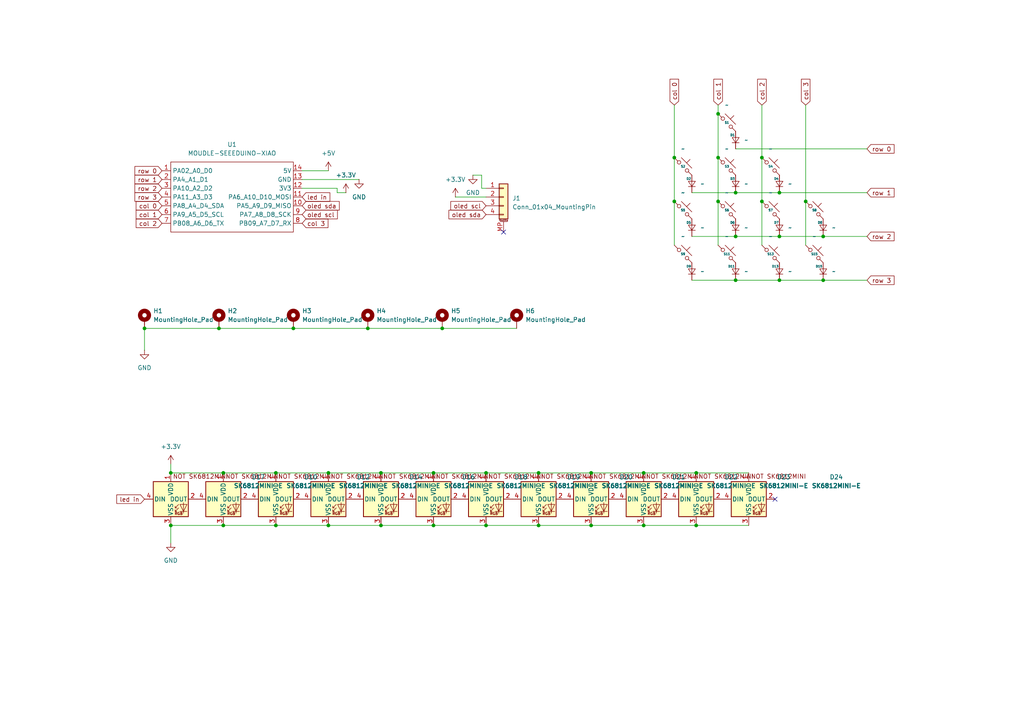
<source format=kicad_sch>
(kicad_sch (version 20250114) (generator "eeschema") (generator_version "9.0")
  (paper "A4")
  (lib_symbols
    (symbol "Connector_Generic_MountingPin:Conn_01x04_MountingPin" (pin_names (offset 1.016) (hide yes))
      (property "Reference" "J" (at 0 5.08 0))
      (property "Value" "Conn_01x04_MountingPin" (at 1.27 -7.62 0))
      (symbol "Conn_01x04_MountingPin_1_1"
        (rectangle (start -1.27 3.81) (end 1.27 -6.35) (stroke (width 0.254)) (fill (type background)))
        (rectangle (start -1.27 2.667) (end 0 2.413) (stroke (width 0.1524)))
        (rectangle (start -1.27 0.127) (end 0 -0.127) (stroke (width 0.1524)))
        (rectangle (start -1.27 -2.413) (end 0 -2.667) (stroke (width 0.1524)))
        (rectangle (start -1.27 -4.953) (end 0 -5.207) (stroke (width 0.1524)))
        (polyline (pts (xy -1.016 -7.112) (xy 1.016 -7.112)) (stroke (width 0.1524)))
        (text "Mounting" (at 0 -6.731 0) (effects (font (size 0.381 0.381))))
        (pin passive line (at -5.08 2.54 0) (length 3.81) (name "Pin_1") (number "1"))
        (pin passive line (at -5.08 0 0) (length 3.81) (name "Pin_2") (number "2"))
        (pin passive line (at -5.08 -2.54 0) (length 3.81) (name "Pin_3") (number "3"))
        (pin passive line (at -5.08 -5.08 0) (length 3.81) (name "Pin_4") (number "4"))
        (pin passive line (at 0 -10.16 90) (length 3.048) (name "MountPin") (number "MP"))
      )
    )
    (symbol "Mechanical:MountingHole_Pad" (pin_numbers (hide yes)) (pin_names (offset 1.016) (hide yes)) (in_bom no)
      (property "Reference" "H" (at 0 6.35 0))
      (property "Value" "MountingHole_Pad" (at 0 4.445 0))
      (symbol "MountingHole_Pad_0_1"
        (circle (center 0 1.27) (radius 1.27) (stroke (width 1.27)))
      )
      (symbol "MountingHole_Pad_1_1"
        (pin input line (at 0 -2.54 90) (length 2.54) (name "1") (number "1"))
      )
    )
    (symbol "SK6812MINI-E:SK6812MINI-E" (pin_names (offset 0.254))
      (property "Reference" "D" (at -3.556 5.842 0))
      (property "Value" "SK6812MINI-E" (at 1.27 -5.715 0))
      (symbol "SK6812MINI-E_0_0"
        (text "RGB" (at 2.286 -4.191 0) (effects (font (size 0.762 0.762))))
      )
      (symbol "SK6812MINI-E_0_1"
        (rectangle (start -5.08 5.08) (end 5.08 -5.08) (stroke (width 0.254)) (fill (type background)))
        (polyline (pts (xy 1.27 -2.54) (xy 1.778 -2.54)))
        (polyline (pts (xy 1.27 -3.556) (xy 1.778 -3.556)))
        (polyline (pts (xy 2.286 -1.524) (xy 1.27 -2.54) (xy 1.27 -2.032)))
        (polyline (pts (xy 2.286 -2.54) (xy 1.27 -3.556) (xy 1.27 -3.048)))
        (polyline (pts (xy 3.683 -1.016) (xy 3.683 -3.556) (xy 3.683 -4.064)))
        (polyline (pts (xy 4.699 -1.524) (xy 2.667 -1.524) (xy 3.683 -3.556) (xy 4.699 -1.524)))
        (polyline (pts (xy 4.699 -3.556) (xy 2.667 -3.556)))
      )
      (symbol "SK6812MINI-E_1_1"
        (text "NOT SK6812MINI" (at 8.636 6.604 0) (effects (font (size 1.27 1.27))))
        (pin input line (at -7.62 0 0) (length 2.54) (name "DIN") (number "4"))
        (pin power_in line (at 0 7.62 270) (length 2.54) (name "VDD") (number "1"))
        (pin power_in line (at 0 -7.62 90) (length 2.54) (name "VSS") (number "3"))
        (pin output line (at 7.62 0 180) (length 2.54) (name "DOUT") (number "2"))
      )
    )
    (symbol "ScottoKeebs:Placeholder_Diode" (pin_numbers (hide yes)) (pin_names (hide yes))
      (property "Reference" "D" (at -0.15 1.066 0))
      (symbol "Placeholder_Diode_0_1"
        (polyline (pts (xy 0 -0.762) (xy 0 0.762)))
      )
      (symbol "Placeholder_Diode_1_1"
        (polyline (pts (xy 1.016 0.762) (xy 0 -0.762) (xy -1.016 0.762) (xy 1.016 0.762)) (stroke (width 0.1524)))
        (polyline (pts (xy 1.016 -0.762) (xy -1.016 -0.762)) (stroke (width 0.1524)))
        (pin passive line (at 0 2.54 270) (length 1.778) (name "A") (number "2"))
        (pin passive line (at 0 -2.54 90) (length 1.778) (name "K") (number "1"))
      )
    )
    (symbol "ScottoKeebs:Placeholder_Keyswitch" (pin_numbers (hide yes)) (pin_names (offset 1.016) (hide yes))
      (property "Reference" "S" (at 0 0 0))
      (symbol "Placeholder_Keyswitch_0_1"
        (polyline (pts (xy -2.54 2.54) (xy -1.524 1.524) (xy -1.524 1.524)))
        (circle (center -1.1684 1.1684) (radius 0.508))
        (polyline (pts (xy -0.508 2.54) (xy 2.54 -0.508)))
        (polyline (pts (xy 1.016 1.016) (xy 2.032 2.032)))
        (circle (center 1.143 -1.1938) (radius 0.508))
        (polyline (pts (xy 1.524 -1.524) (xy 2.54 -2.54) (xy 2.54 -2.54) (xy 2.54 -2.54)))
        (pin passive line (at -2.54 2.54 0) (length 0) (name "1") (number "1"))
        (pin passive line (at 2.54 -2.54 180) (length 0) (name "2") (number "2"))
      )
    )
    (symbol "XIAO_RP2040:MOUDLE-SEEEDUINO-XIAO"
      (property "Reference" "U" (at -16.51 11.43 0))
      (property "Value" "MOUDLE-SEEEDUINO-XIAO" (at -3.81 -11.43 0))
      (symbol "MOUDLE-SEEEDUINO-XIAO_0_1"
        (rectangle (start -16.51 10.16) (end 19.05 -10.16))
      )
      (symbol "MOUDLE-SEEEDUINO-XIAO_1_1"
        (pin passive line (at -19.05 7.62 0) (length 2.54) (name "PA02_A0_D0") (number "1"))
        (pin passive line (at -19.05 5.08 0) (length 2.54) (name "PA4_A1_D1") (number "2"))
        (pin passive line (at -19.05 2.54 0) (length 2.54) (name "PA10_A2_D2") (number "3"))
        (pin passive line (at -19.05 0 0) (length 2.54) (name "PA11_A3_D3") (number "4"))
        (pin passive line (at -19.05 -2.54 0) (length 2.54) (name "PA8_A4_D4_SDA") (number "5"))
        (pin passive line (at -19.05 -5.08 0) (length 2.54) (name "PA9_A5_D5_SCL") (number "6"))
        (pin passive line (at -19.05 -7.62 0) (length 2.54) (name "PB08_A6_D6_TX") (number "7"))
        (pin passive line (at 21.59 7.62 180) (length 2.54) (name "5V") (number "14"))
        (pin passive line (at 21.59 5.08 180) (length 2.54) (name "GND") (number "13"))
        (pin passive line (at 21.59 2.54 180) (length 2.54) (name "3V3") (number "12"))
        (pin passive line (at 21.59 0 180) (length 2.54) (name "PA6_A10_D10_MOSI") (number "11"))
        (pin passive line (at 21.59 -2.54 180) (length 2.54) (name "PA5_A9_D9_MISO") (number "10"))
        (pin passive line (at 21.59 -5.08 180) (length 2.54) (name "PA7_A8_D8_SCK") (number "9"))
        (pin passive line (at 21.59 -7.62 180) (length 2.54) (name "PB09_A7_D7_RX") (number "8"))
      )
    )
    (symbol "power:+3.3V" (power) (pin_numbers (hide yes)) (pin_names (offset 0) (hide yes))
      (property "Value" "+3.3V" (at 0 3.556 0))
      (symbol "+3.3V_0_1"
        (polyline (pts (xy -0.762 1.27) (xy 0 2.54)))
        (polyline (pts (xy 0 2.54) (xy 0.762 1.27)))
        (polyline (pts (xy 0 0) (xy 0 2.54)))
      )
      (symbol "+3.3V_1_1"
        (pin power_in line (at 0 0 90) (length 0) (name "~") (number "1"))
      )
    )
    (symbol "power:+5V" (power) (pin_numbers (hide yes)) (pin_names (offset 0) (hide yes))
      (property "Value" "+5V" (at 0 3.556 0))
      (symbol "+5V_0_1"
        (polyline (pts (xy -0.762 1.27) (xy 0 2.54)))
        (polyline (pts (xy 0 2.54) (xy 0.762 1.27)))
        (polyline (pts (xy 0 0) (xy 0 2.54)))
      )
      (symbol "+5V_1_1"
        (pin power_in line (at 0 0 90) (length 0) (name "~") (number "1"))
      )
    )
    (symbol "power:GND" (power) (pin_numbers (hide yes)) (pin_names (offset 0) (hide yes))
      (property "Value" "GND" (at 0 -3.81 0))
      (symbol "GND_0_1"
        (polyline (pts (xy 0 0) (xy 0 -1.27) (xy 1.27 -1.27) (xy 0 -2.54) (xy -1.27 -1.27) (xy 0 -1.27)))
      )
      (symbol "GND_1_1"
        (pin power_in line (at 0 0 270) (length 0) (name "~") (number "1"))
      )
    )
  )
  (junction (at 49.53 152.4))
  (junction (at 80.01 152.4))
  (junction (at 213.36 55.88))
  (junction (at 201.93 137.16))
  (junction (at 213.36 68.58))
  (junction (at 171.45 137.16))
  (junction (at 186.69 152.4))
  (junction (at 85.09 95.25))
  (junction (at 156.21 137.16))
  (junction (at 140.97 137.16))
  (junction (at 41.91 95.25))
  (junction (at 238.76 81.28))
  (junction (at 125.73 152.4))
  (junction (at 106.68 95.25))
  (junction (at 226.06 68.58))
  (junction (at 171.45 152.4))
  (junction (at 220.98 58.42))
  (junction (at 220.98 45.72))
  (junction (at 201.93 152.4))
  (junction (at 125.73 137.16))
  (junction (at 64.77 137.16))
  (junction (at 226.06 81.28))
  (junction (at 95.25 137.16))
  (junction (at 63.5 95.25))
  (junction (at 49.53 137.16))
  (junction (at 186.69 137.16))
  (junction (at 226.06 55.88))
  (junction (at 195.58 45.72))
  (junction (at 64.77 152.4))
  (junction (at 80.01 137.16))
  (junction (at 140.97 152.4))
  (junction (at 233.68 58.42))
  (junction (at 238.76 68.58))
  (junction (at 110.49 137.16))
  (junction (at 110.49 152.4))
  (junction (at 208.28 45.72))
  (junction (at 128.27 95.25))
  (junction (at 156.21 152.4))
  (junction (at 95.25 152.4))
  (junction (at 208.28 58.42))
  (junction (at 213.36 81.28))
  (junction (at 208.28 33.02))
  (junction (at 195.58 58.42))
  (no_connect (at 146.05 67.31))
  (no_connect (at 224.79 144.78))
  (wire (pts (xy 201.93 137.16) (xy 217.17 137.16)))
  (wire (pts (xy 80.01 152.4) (xy 95.25 152.4)))
  (wire (pts (xy 95.25 137.16) (xy 110.49 137.16)))
  (wire (pts (xy 226.06 55.88) (xy 251.46 55.88)))
  (wire (pts (xy 49.53 157.48) (xy 49.53 152.4)))
  (wire (pts (xy 41.91 95.25) (xy 63.5 95.25)))
  (wire (pts (xy 95.25 49.53) (xy 87.63 49.53)))
  (wire (pts (xy 100.33 55.88) (xy 97.79 55.88)))
  (wire (pts (xy 195.58 58.42) (xy 195.58 71.12)))
  (wire (pts (xy 137.16 50.8) (xy 139.7 50.8)))
  (wire (pts (xy 140.97 137.16) (xy 156.21 137.16)))
  (wire (pts (xy 132.08 57.15) (xy 140.97 57.15)))
  (wire (pts (xy 208.28 58.42) (xy 208.28 71.12)))
  (wire (pts (xy 106.68 95.25) (xy 128.27 95.25)))
  (wire (pts (xy 226.06 68.58) (xy 238.76 68.58)))
  (wire (pts (xy 226.06 81.28) (xy 238.76 81.28)))
  (wire (pts (xy 139.7 50.8) (xy 139.7 54.61)))
  (wire (pts (xy 49.53 137.16) (xy 64.77 137.16)))
  (wire (pts (xy 213.36 81.28) (xy 226.06 81.28)))
  (wire (pts (xy 220.98 45.72) (xy 220.98 58.42)))
  (wire (pts (xy 139.7 54.61) (xy 140.97 54.61)))
  (wire (pts (xy 171.45 152.4) (xy 186.69 152.4)))
  (wire (pts (xy 220.98 30.48) (xy 220.98 45.72)))
  (wire (pts (xy 201.93 152.4) (xy 217.17 152.4)))
  (wire (pts (xy 125.73 152.4) (xy 140.97 152.4)))
  (wire (pts (xy 208.28 45.72) (xy 208.28 58.42)))
  (wire (pts (xy 213.36 43.18) (xy 251.46 43.18)))
  (wire (pts (xy 95.25 152.4) (xy 110.49 152.4)))
  (wire (pts (xy 195.58 30.48) (xy 195.58 45.72)))
  (wire (pts (xy 238.76 68.58) (xy 251.46 68.58)))
  (wire (pts (xy 195.58 45.72) (xy 195.58 58.42)))
  (wire (pts (xy 110.49 137.16) (xy 125.73 137.16)))
  (wire (pts (xy 110.49 152.4) (xy 125.73 152.4)))
  (wire (pts (xy 156.21 152.4) (xy 171.45 152.4)))
  (wire (pts (xy 238.76 81.28) (xy 251.46 81.28)))
  (wire (pts (xy 213.36 68.58) (xy 226.06 68.58)))
  (wire (pts (xy 156.21 137.16) (xy 171.45 137.16)))
  (wire (pts (xy 49.53 152.4) (xy 64.77 152.4)))
  (wire (pts (xy 97.79 55.88) (xy 97.79 54.61)))
  (wire (pts (xy 63.5 95.25) (xy 85.09 95.25)))
  (wire (pts (xy 213.36 55.88) (xy 226.06 55.88)))
  (wire (pts (xy 171.45 137.16) (xy 186.69 137.16)))
  (wire (pts (xy 80.01 137.16) (xy 95.25 137.16)))
  (wire (pts (xy 200.66 55.88) (xy 213.36 55.88)))
  (wire (pts (xy 85.09 95.25) (xy 106.68 95.25)))
  (wire (pts (xy 140.97 152.4) (xy 156.21 152.4)))
  (wire (pts (xy 41.91 95.25) (xy 41.91 101.6)))
  (wire (pts (xy 233.68 58.42) (xy 233.68 71.12)))
  (wire (pts (xy 200.66 81.28) (xy 213.36 81.28)))
  (wire (pts (xy 186.69 152.4) (xy 201.93 152.4)))
  (wire (pts (xy 97.79 54.61) (xy 87.63 54.61)))
  (wire (pts (xy 125.73 137.16) (xy 140.97 137.16)))
  (wire (pts (xy 186.69 137.16) (xy 201.93 137.16)))
  (wire (pts (xy 64.77 152.4) (xy 80.01 152.4)))
  (wire (pts (xy 220.98 58.42) (xy 220.98 71.12)))
  (wire (pts (xy 104.14 52.07) (xy 87.63 52.07)))
  (wire (pts (xy 208.28 30.48) (xy 208.28 33.02)))
  (wire (pts (xy 128.27 95.25) (xy 149.86 95.25)))
  (wire (pts (xy 49.53 134.62) (xy 49.53 137.16)))
  (wire (pts (xy 208.28 33.02) (xy 208.28 45.72)))
  (wire (pts (xy 64.77 137.16) (xy 80.01 137.16)))
  (wire (pts (xy 200.66 68.58) (xy 213.36 68.58)))
  (wire (pts (xy 233.68 30.48) (xy 233.68 58.42)))
  (global_label "col 1" (shape input) (at 46.99 62.23 180) (property "Intersheetrefs" "${INTERSHEET_REFS}" (effects (hide yes))))
  (global_label "row 3" (shape input) (at 46.99 57.15 180) (property "Intersheetrefs" "${INTERSHEET_REFS}" (effects (hide yes))))
  (global_label "oled sda" (shape input) (at 140.97 62.23 180) (property "Intersheetrefs" "${INTERSHEET_REFS}" (effects (hide yes))))
  (global_label "col 0" (shape input) (at 195.58 30.48 90) (property "Intersheetrefs" "${INTERSHEET_REFS}" (effects (hide yes))))
  (global_label "row 1" (shape input) (at 251.46 55.88 0) (property "Intersheetrefs" "${INTERSHEET_REFS}" (effects (hide yes))))
  (global_label "row 0" (shape input) (at 251.46 43.18 0) (property "Intersheetrefs" "${INTERSHEET_REFS}" (effects (hide yes))))
  (global_label "oled scl" (shape input) (at 87.63 62.23 0) (property "Intersheetrefs" "${INTERSHEET_REFS}" (effects (hide yes))))
  (global_label "row 1" (shape input) (at 46.99 52.07 180) (property "Intersheetrefs" "${INTERSHEET_REFS}" (effects (hide yes))))
  (global_label "col 3" (shape input) (at 233.68 30.48 90) (property "Intersheetrefs" "${INTERSHEET_REFS}" (effects (hide yes))))
  (global_label "col 1" (shape input) (at 208.28 30.48 90) (property "Intersheetrefs" "${INTERSHEET_REFS}" (effects (hide yes))))
  (global_label "row 2" (shape input) (at 46.99 54.61 180) (property "Intersheetrefs" "${INTERSHEET_REFS}" (effects (hide yes))))
  (global_label "col 2" (shape input) (at 46.99 64.77 180) (property "Intersheetrefs" "${INTERSHEET_REFS}" (effects (hide yes))))
  (global_label "col 3" (shape input) (at 87.63 64.77 0) (property "Intersheetrefs" "${INTERSHEET_REFS}" (effects (hide yes))))
  (global_label "led in" (shape input) (at 41.91 144.78 180) (property "Intersheetrefs" "${INTERSHEET_REFS}" (effects (hide yes))))
  (global_label "row 2" (shape input) (at 251.46 68.58 0) (property "Intersheetrefs" "${INTERSHEET_REFS}" (effects (hide yes))))
  (global_label "col 2" (shape input) (at 220.98 30.48 90) (property "Intersheetrefs" "${INTERSHEET_REFS}" (effects (hide yes))))
  (global_label "row 0" (shape input) (at 46.99 49.53 180) (property "Intersheetrefs" "${INTERSHEET_REFS}" (effects (hide yes))))
  (global_label "oled sda" (shape input) (at 87.63 59.69 0) (property "Intersheetrefs" "${INTERSHEET_REFS}" (effects (hide yes))))
  (global_label "oled scl" (shape input) (at 140.97 59.69 180) (property "Intersheetrefs" "${INTERSHEET_REFS}" (effects (hide yes))))
  (global_label "col 0" (shape input) (at 46.99 59.69 180) (property "Intersheetrefs" "${INTERSHEET_REFS}" (effects (hide yes))))
  (global_label "row 3" (shape input) (at 251.46 81.28 0) (property "Intersheetrefs" "${INTERSHEET_REFS}" (effects (hide yes))))
  (global_label "led in" (shape input) (at 87.63 57.15 0) (property "Intersheetrefs" "${INTERSHEET_REFS}" (effects (hide yes))))
  (symbol (lib_id "power:+3.3V") (at 132.08 57.15 0) (unit 1)
    (property "Reference" "#PWR07" (effects (hide yes)))
    (property "Value" "+3.3V" (at 132.08 52.07 0))
    (property "Description" "Power symbol creates a global label with name \"+3.3V\"" (effects (hide yes)))
  )
  (symbol (lib_id "power:GND") (at 137.16 50.8 0) (unit 1)
    (property "Reference" "#PWR06" (effects (hide yes)))
    (property "Value" "GND" (at 137.16 55.88 0))
    (property "Description" "Power symbol creates a global label with name \"GND\" , ground" (effects (hide yes)))
  )
  (symbol (lib_id "Mechanical:MountingHole_Pad") (at 85.09 92.71 0) (unit 1) (in_bom no)
    (property "Reference" "H3" (at 87.63 90.1699 0) (effects (justify left)))
    (property "Value" "MountingHole_Pad" (at 87.63 92.7099 0) (effects (justify left)))
    (property "Footprint" "MountingHole:MountingHole_3mm_Pad" (effects (hide yes)))
    (property "Description" "Mounting Hole with connection" (effects (hide yes)))
  )
  (symbol (lib_id "SK6812MINI-E:SK6812MINI-E") (at 156.21 144.78 0) (unit 1)
    (property "Reference" "D20" (at 181.61 138.3598 0))
    (property "Value" "SK6812MINI-E" (at 181.61 140.8999 0) (effects (font (thickness 0.254) (bold yes))))
    (property "Footprint" "footprints:SK6812MINI-E_fixed" (effects (hide yes)))
    (property "Datasheet" "https://cdn-shop.adafruit.com/product-files/4960/4960_SK6812MINI-E_REV02_EN.pdf" (effects (hide yes)))
    (property "Description" "RGB LED with integrated controller" (effects (hide yes)))
  )
  (symbol (lib_id "ScottoKeebs:Placeholder_Keyswitch") (at 210.82 48.26 0) (unit 1)
    (property "Reference" "S3" (at 210.82 48.26 0) (effects (font (size 0.635 0.635) (thickness 0.127) (bold yes))))
    (property "Value" "~" (at 210.82 43.18 0))
    (property "Footprint" "Button_Switch_Keyboard:SW_Cherry_MX_1.00u_PCB" (effects (hide yes)))
  )
  (symbol (lib_id "ScottoKeebs:Placeholder_Keyswitch") (at 210.82 35.56 0) (unit 1)
    (property "Reference" "S1" (at 210.82 35.56 0) (effects (font (size 0.635 0.635) (thickness 0.127) (bold yes))))
    (property "Value" "~" (at 210.82 30.48 0))
    (property "Footprint" "Button_Switch_Keyboard:SW_Cherry_MX_1.00u_PCB" (effects (hide yes)))
  )
  (symbol (lib_id "ScottoKeebs:Placeholder_Keyswitch") (at 236.22 60.96 0) (unit 1)
    (property "Reference" "S8" (at 236.22 60.96 0) (effects (font (size 0.635 0.635) (thickness 0.127) (bold yes))))
    (property "Value" "~" (at 223.52 55.88 0))
    (property "Footprint" "Button_Switch_Keyboard:SW_Cherry_MX_1.00u_PCB" (effects (hide yes)))
  )
  (symbol (lib_id "SK6812MINI-E:SK6812MINI-E") (at 201.93 144.78 0) (unit 1)
    (property "Reference" "D23" (at 227.33 138.3598 0))
    (property "Value" "SK6812MINI-E" (at 227.33 140.8999 0) (effects (font (thickness 0.254) (bold yes))))
    (property "Footprint" "footprints:SK6812MINI-E_fixed" (effects (hide yes)))
    (property "Datasheet" "https://cdn-shop.adafruit.com/product-files/4960/4960_SK6812MINI-E_REV02_EN.pdf" (effects (hide yes)))
    (property "Description" "RGB LED with integrated controller" (effects (hide yes)))
  )
  (symbol (lib_id "Mechanical:MountingHole_Pad") (at 149.86 92.71 0) (unit 1) (in_bom no)
    (property "Reference" "H6" (at 152.4 90.1699 0) (effects (justify left)))
    (property "Value" "MountingHole_Pad" (at 152.4 92.7099 0) (effects (justify left)))
    (property "Footprint" "MountingHole:MountingHole_3mm_Pad" (effects (hide yes)))
    (property "Description" "Mounting Hole with connection" (effects (hide yes)))
  )
  (symbol (lib_id "ScottoKeebs:Placeholder_Diode") (at 213.36 53.34 0) (unit 1)
    (property "Reference" "D3" (at 213.21 52.274 0) (effects (font (size 0.635 0.635) (thickness 0.127) (bold yes)) (justify right bottom)))
    (property "Value" "~" (at 215.9 53.3399 0) (effects (justify left)))
    (property "Footprint" "Diode_THT:D_DO-35_SOD27_P7.62mm_Horizontal" (effects (hide yes)))
  )
  (symbol (lib_id "ScottoKeebs:Placeholder_Diode") (at 213.36 40.64 0) (unit 1)
    (property "Reference" "D1" (at 213.21 39.574 0) (effects (font (size 0.635 0.635) (thickness 0.127) (bold yes)) (justify right bottom)))
    (property "Value" "~" (at 215.9 40.6399 0) (effects (justify left)))
    (property "Footprint" "Diode_THT:D_DO-35_SOD27_P7.62mm_Horizontal" (effects (hide yes)))
  )
  (symbol (lib_id "ScottoKeebs:Placeholder_Diode") (at 200.66 66.04 0) (unit 1)
    (property "Reference" "D5" (at 200.51 64.974 0) (effects (font (size 0.635 0.635) (thickness 0.127) (bold yes)) (justify right bottom)))
    (property "Value" "~" (at 203.2 66.0399 0) (effects (justify left)))
    (property "Footprint" "Diode_THT:D_DO-35_SOD27_P7.62mm_Horizontal" (effects (hide yes)))
  )
  (symbol (lib_id "ScottoKeebs:Placeholder_Keyswitch") (at 198.12 48.26 0) (unit 1)
    (property "Reference" "S2" (at 198.12 48.26 0) (effects (font (size 0.635 0.635) (thickness 0.127) (bold yes))))
    (property "Value" "~" (at 198.12 43.18 0))
    (property "Footprint" "Button_Switch_Keyboard:SW_Cherry_MX_1.00u_PCB" (effects (hide yes)))
  )
  (symbol (lib_id "Mechanical:MountingHole_Pad") (at 41.91 92.71 0) (unit 1) (in_bom no)
    (property "Reference" "H1" (at 44.45 90.1699 0) (effects (justify left)))
    (property "Value" "MountingHole_Pad" (at 44.45 92.7099 0) (effects (justify left)))
    (property "Footprint" "MountingHole:MountingHole_3mm_Pad" (effects (hide yes)))
    (property "Description" "Mounting Hole with connection" (effects (hide yes)))
  )
  (symbol (lib_id "Mechanical:MountingHole_Pad") (at 106.68 92.71 0) (unit 1) (in_bom no)
    (property "Reference" "H4" (at 109.22 90.1699 0) (effects (justify left)))
    (property "Value" "MountingHole_Pad" (at 109.22 92.7099 0) (effects (justify left)))
    (property "Footprint" "MountingHole:MountingHole_3mm_Pad" (effects (hide yes)))
    (property "Description" "Mounting Hole with connection" (effects (hide yes)))
  )
  (symbol (lib_id "power:GND") (at 41.91 101.6 0) (unit 1)
    (property "Reference" "#PWR08" (effects (hide yes)))
    (property "Value" "GND" (at 41.91 106.68 0))
    (property "Description" "Power symbol creates a global label with name \"GND\" , ground" (effects (hide yes)))
  )
  (symbol (lib_id "ScottoKeebs:Placeholder_Keyswitch") (at 236.22 73.66 0) (unit 1)
    (property "Reference" "S15" (at 236.22 73.66 0) (effects (font (size 0.635 0.635) (thickness 0.127) (bold yes))))
    (property "Value" "~" (at 236.22 68.58 0))
    (property "Footprint" "Button_Switch_Keyboard:SW_Cherry_MX_1.00u_PCB" (effects (hide yes)))
  )
  (symbol (lib_id "SK6812MINI-E:SK6812MINI-E") (at 64.77 144.78 0) (unit 1)
    (property "Reference" "D10" (at 90.17 138.3598 0))
    (property "Value" "SK6812MINI-E" (at 90.17 140.8999 0) (effects (font (thickness 0.254) (bold yes))))
    (property "Footprint" "footprints:SK6812MINI-E_fixed" (effects (hide yes)))
    (property "Datasheet" "https://cdn-shop.adafruit.com/product-files/4960/4960_SK6812MINI-E_REV02_EN.pdf" (effects (hide yes)))
    (property "Description" "RGB LED with integrated controller" (effects (hide yes)))
  )
  (symbol (lib_id "ScottoKeebs:Placeholder_Keyswitch") (at 223.52 73.66 0) (unit 1)
    (property "Reference" "S13" (at 223.52 73.66 0) (effects (font (size 0.635 0.635) (thickness 0.127) (bold yes))))
    (property "Value" "~" (at 223.52 68.58 0))
    (property "Footprint" "Button_Switch_Keyboard:SW_Cherry_MX_1.00u_PCB" (effects (hide yes)))
  )
  (symbol (lib_id "SK6812MINI-E:SK6812MINI-E") (at 95.25 144.78 0) (unit 1)
    (property "Reference" "D14" (at 120.65 138.3598 0))
    (property "Value" "SK6812MINI-E" (at 120.65 140.8999 0) (effects (font (thickness 0.254) (bold yes))))
    (property "Footprint" "footprints:SK6812MINI-E_fixed" (effects (hide yes)))
    (property "Datasheet" "https://cdn-shop.adafruit.com/product-files/4960/4960_SK6812MINI-E_REV02_EN.pdf" (effects (hide yes)))
    (property "Description" "RGB LED with integrated controller" (effects (hide yes)))
  )
  (symbol (lib_id "power:+3.3V") (at 100.33 55.88 0) (unit 1)
    (property "Reference" "#PWR01" (effects (hide yes)))
    (property "Value" "+3.3V" (at 100.33 50.8 0))
    (property "Description" "Power symbol creates a global label with name \"+3.3V\"" (effects (hide yes)))
  )
  (symbol (lib_id "ScottoKeebs:Placeholder_Keyswitch") (at 198.12 73.66 0) (unit 1)
    (property "Reference" "S9" (at 198.12 73.66 0) (effects (font (size 0.635 0.635) (thickness 0.127) (bold yes))))
    (property "Value" "~" (at 198.12 68.58 0))
    (property "Footprint" "Button_Switch_Keyboard:SW_Cherry_MX_1.00u_PCB" (effects (hide yes)))
  )
  (symbol (lib_id "ScottoKeebs:Placeholder_Diode") (at 238.76 78.74 0) (unit 1)
    (property "Reference" "D15" (at 238.61 77.674 0) (effects (font (size 0.635 0.635) (thickness 0.127) (bold yes)) (justify right bottom)))
    (property "Value" "~" (at 241.3 78.7399 0) (effects (justify left)))
    (property "Footprint" "Diode_THT:D_DO-35_SOD27_P7.62mm_Horizontal" (effects (hide yes)))
  )
  (symbol (lib_id "SK6812MINI-E:SK6812MINI-E") (at 140.97 144.78 0) (unit 1)
    (property "Reference" "D19" (at 166.37 138.3598 0))
    (property "Value" "SK6812MINI-E" (at 166.37 140.8999 0) (effects (font (thickness 0.254) (bold yes))))
    (property "Footprint" "footprints:SK6812MINI-E_fixed" (effects (hide yes)))
    (property "Datasheet" "https://cdn-shop.adafruit.com/product-files/4960/4960_SK6812MINI-E_REV02_EN.pdf" (effects (hide yes)))
    (property "Description" "RGB LED with integrated controller" (effects (hide yes)))
  )
  (symbol (lib_id "SK6812MINI-E:SK6812MINI-E") (at 171.45 144.78 0) (unit 1)
    (property "Reference" "D21" (at 196.85 138.3598 0))
    (property "Value" "SK6812MINI-E" (at 196.85 140.8999 0) (effects (font (thickness 0.254) (bold yes))))
    (property "Footprint" "footprints:SK6812MINI-E_fixed" (effects (hide yes)))
    (property "Datasheet" "https://cdn-shop.adafruit.com/product-files/4960/4960_SK6812MINI-E_REV02_EN.pdf" (effects (hide yes)))
    (property "Description" "RGB LED with integrated controller" (effects (hide yes)))
  )
  (symbol (lib_id "SK6812MINI-E:SK6812MINI-E") (at 125.73 144.78 0) (unit 1)
    (property "Reference" "D18" (at 151.13 138.3598 0))
    (property "Value" "SK6812MINI-E" (at 151.13 140.8999 0) (effects (font (thickness 0.254) (bold yes))))
    (property "Footprint" "footprints:SK6812MINI-E_fixed" (effects (hide yes)))
    (property "Datasheet" "https://cdn-shop.adafruit.com/product-files/4960/4960_SK6812MINI-E_REV02_EN.pdf" (effects (hide yes)))
    (property "Description" "RGB LED with integrated controller" (effects (hide yes)))
  )
  (symbol (lib_id "ScottoKeebs:Placeholder_Diode") (at 226.06 53.34 0) (unit 1)
    (property "Reference" "D4" (at 225.91 52.274 0) (effects (font (size 0.635 0.635) (thickness 0.127) (bold yes)) (justify right bottom)))
    (property "Value" "~" (at 228.6 53.3399 0) (effects (justify left)))
    (property "Footprint" "Diode_THT:D_DO-35_SOD27_P7.62mm_Horizontal" (effects (hide yes)))
  )
  (symbol (lib_id "power:GND") (at 104.14 52.07 0) (unit 1)
    (property "Reference" "#PWR02" (effects (hide yes)))
    (property "Value" "GND" (at 104.14 57.15 0))
    (property "Description" "Power symbol creates a global label with name \"GND\" , ground" (effects (hide yes)))
  )
  (symbol (lib_id "ScottoKeebs:Placeholder_Diode") (at 213.36 66.04 0) (unit 1)
    (property "Reference" "D6" (at 213.21 64.974 0) (effects (font (size 0.635 0.635) (thickness 0.127) (bold yes)) (justify right bottom)))
    (property "Value" "~" (at 215.9 66.0399 0) (effects (justify left)))
    (property "Footprint" "Diode_THT:D_DO-35_SOD27_P7.62mm_Horizontal" (effects (hide yes)))
  )
  (symbol (lib_id "SK6812MINI-E:SK6812MINI-E") (at 80.01 144.78 0) (unit 1)
    (property "Reference" "D12" (at 105.41 138.3598 0))
    (property "Value" "SK6812MINI-E" (at 105.41 140.8999 0) (effects (font (thickness 0.254) (bold yes))))
    (property "Footprint" "footprints:SK6812MINI-E_fixed" (effects (hide yes)))
    (property "Datasheet" "https://cdn-shop.adafruit.com/product-files/4960/4960_SK6812MINI-E_REV02_EN.pdf" (effects (hide yes)))
    (property "Description" "RGB LED with integrated controller" (effects (hide yes)))
  )
  (symbol (lib_id "ScottoKeebs:Placeholder_Diode") (at 238.76 66.04 0) (unit 1)
    (property "Reference" "D8" (at 238.61 64.974 0) (effects (font (size 0.635 0.635) (thickness 0.127) (bold yes)) (justify right bottom)))
    (property "Value" "~" (at 241.3 66.0399 0) (effects (justify left)))
    (property "Footprint" "Diode_THT:D_DO-35_SOD27_P7.62mm_Horizontal" (effects (hide yes)))
  )
  (symbol (lib_id "ScottoKeebs:Placeholder_Diode") (at 200.66 53.34 0) (unit 1)
    (property "Reference" "D2" (at 200.51 52.274 0) (effects (font (size 0.635 0.635) (thickness 0.127) (bold yes)) (justify right bottom)))
    (property "Value" "~" (at 203.2 53.3399 0) (effects (justify left)))
    (property "Footprint" "Diode_THT:D_DO-35_SOD27_P7.62mm_Horizontal" (effects (hide yes)))
  )
  (symbol (lib_id "ScottoKeebs:Placeholder_Diode") (at 200.66 78.74 0) (unit 1)
    (property "Reference" "D9" (at 200.51 77.674 0) (effects (font (size 0.635 0.635) (thickness 0.127) (bold yes)) (justify right bottom)))
    (property "Value" "~" (at 203.2 78.7399 0) (effects (justify left)))
    (property "Footprint" "Diode_THT:D_DO-35_SOD27_P7.62mm_Horizontal" (effects (hide yes)))
  )
  (symbol (lib_id "ScottoKeebs:Placeholder_Keyswitch") (at 223.52 48.26 0) (unit 1)
    (property "Reference" "S4" (at 223.52 48.26 0) (effects (font (size 0.635 0.635) (thickness 0.127) (bold yes))))
    (property "Value" "~" (at 223.52 43.18 0))
    (property "Footprint" "Button_Switch_Keyboard:SW_Cherry_MX_1.00u_PCB" (effects (hide yes)))
  )
  (symbol (lib_id "ScottoKeebs:Placeholder_Keyswitch") (at 223.52 60.96 0) (unit 1)
    (property "Reference" "S7" (at 223.52 60.96 0) (effects (font (size 0.635 0.635) (thickness 0.127) (bold yes))))
    (property "Value" "~" (at 210.82 55.88 0))
    (property "Footprint" "Button_Switch_Keyboard:SW_Cherry_MX_1.00u_PCB" (effects (hide yes)))
  )
  (symbol (lib_id "ScottoKeebs:Placeholder_Diode") (at 226.06 66.04 0) (unit 1)
    (property "Reference" "D7" (at 225.91 64.974 0) (effects (font (size 0.635 0.635) (thickness 0.127) (bold yes)) (justify right bottom)))
    (property "Value" "~" (at 228.6 66.0399 0) (effects (justify left)))
    (property "Footprint" "Diode_THT:D_DO-35_SOD27_P7.62mm_Horizontal" (effects (hide yes)))
  )
  (symbol (lib_id "ScottoKeebs:Placeholder_Diode") (at 226.06 78.74 0) (unit 1)
    (property "Reference" "D13" (at 225.91 77.674 0) (effects (font (size 0.635 0.635) (thickness 0.127) (bold yes)) (justify right bottom)))
    (property "Value" "~" (at 228.6 78.7399 0) (effects (justify left)))
    (property "Footprint" "Diode_THT:D_DO-35_SOD27_P7.62mm_Horizontal" (effects (hide yes)))
  )
  (symbol (lib_id "power:GND") (at 49.53 157.48 0) (unit 1)
    (property "Reference" "#PWR05" (effects (hide yes)))
    (property "Value" "GND" (at 49.53 162.56 0))
    (property "Description" "Power symbol creates a global label with name \"GND\" , ground" (effects (hide yes)))
  )
  (symbol (lib_id "SK6812MINI-E:SK6812MINI-E") (at 217.17 144.78 0) (unit 1)
    (property "Reference" "D24" (at 242.57 138.3598 0))
    (property "Value" "SK6812MINI-E" (at 242.57 140.8999 0) (effects (font (thickness 0.254) (bold yes))))
    (property "Footprint" "footprints:SK6812MINI-E_fixed" (effects (hide yes)))
    (property "Datasheet" "https://cdn-shop.adafruit.com/product-files/4960/4960_SK6812MINI-E_REV02_EN.pdf" (effects (hide yes)))
    (property "Description" "RGB LED with integrated controller" (effects (hide yes)))
  )
  (symbol (lib_id "power:+5V") (at 95.25 49.53 0) (unit 1)
    (property "Reference" "#PWR03" (effects (hide yes)))
    (property "Value" "+5V" (at 95.25 44.45 0))
    (property "Description" "Power symbol creates a global label with name \"+5V\"" (effects (hide yes)))
  )
  (symbol (lib_id "SK6812MINI-E:SK6812MINI-E") (at 186.69 144.78 0) (unit 1)
    (property "Reference" "D22" (at 212.09 138.3598 0))
    (property "Value" "SK6812MINI-E" (at 212.09 140.8999 0) (effects (font (thickness 0.254) (bold yes))))
    (property "Footprint" "footprints:SK6812MINI-E_fixed" (effects (hide yes)))
    (property "Datasheet" "https://cdn-shop.adafruit.com/product-files/4960/4960_SK6812MINI-E_REV02_EN.pdf" (effects (hide yes)))
    (property "Description" "RGB LED with integrated controller" (effects (hide yes)))
  )
  (symbol (lib_id "Mechanical:MountingHole_Pad") (at 63.5 92.71 0) (unit 1) (in_bom no)
    (property "Reference" "H2" (at 66.04 90.1699 0) (effects (justify left)))
    (property "Value" "MountingHole_Pad" (at 66.04 92.7099 0) (effects (justify left)))
    (property "Footprint" "MountingHole:MountingHole_3mm_Pad" (effects (hide yes)))
    (property "Description" "Mounting Hole with connection" (effects (hide yes)))
  )
  (symbol (lib_id "SK6812MINI-E:SK6812MINI-E") (at 49.53 144.78 0) (unit 1)
    (property "Reference" "D17" (at 74.93 138.3598 0))
    (property "Value" "SK6812MINI-E" (at 74.93 140.8999 0) (effects (font (thickness 0.254) (bold yes))))
    (property "Footprint" "footprints:SK6812MINI-E_fixed" (effects (hide yes)))
    (property "Datasheet" "https://cdn-shop.adafruit.com/product-files/4960/4960_SK6812MINI-E_REV02_EN.pdf" (effects (hide yes)))
    (property "Description" "RGB LED with integrated controller" (effects (hide yes)))
  )
  (symbol (lib_id "Connector_Generic_MountingPin:Conn_01x04_MountingPin") (at 146.05 57.15 0) (unit 1)
    (property "Reference" "J1" (at 148.59 57.5055 0) (effects (justify left)))
    (property "Value" "Conn_01x04_MountingPin" (at 148.59 60.0455 0) (effects (justify left)))
    (property "Footprint" "oled:SSD1306-0.91-OLED-4pin-128x32" (effects (hide yes)))
    (property "Description" "Generic connectable mounting pin connector, single row, 01x04, script generated (kicad-library-utils/schlib/autogen/connector/)" (effects (hide yes)))
  )
  (symbol (lib_id "SK6812MINI-E:SK6812MINI-E") (at 110.49 144.78 0) (unit 1)
    (property "Reference" "D16" (at 135.89 138.3598 0))
    (property "Value" "SK6812MINI-E" (at 135.89 140.8999 0) (effects (font (thickness 0.254) (bold yes))))
    (property "Footprint" "footprints:SK6812MINI-E_fixed" (effects (hide yes)))
    (property "Datasheet" "https://cdn-shop.adafruit.com/product-files/4960/4960_SK6812MINI-E_REV02_EN.pdf" (effects (hide yes)))
    (property "Description" "RGB LED with integrated controller" (effects (hide yes)))
  )
  (symbol (lib_id "power:+3.3V") (at 49.53 134.62 0) (unit 1)
    (property "Reference" "#PWR04" (effects (hide yes)))
    (property "Value" "+3.3V" (at 49.53 129.54 0))
    (property "Description" "Power symbol creates a global label with name \"+3.3V\"" (effects (hide yes)))
  )
  (symbol (lib_id "Mechanical:MountingHole_Pad") (at 128.27 92.71 0) (unit 1) (in_bom no)
    (property "Reference" "H5" (at 130.81 90.1699 0) (effects (justify left)))
    (property "Value" "MountingHole_Pad" (at 130.81 92.7099 0) (effects (justify left)))
    (property "Footprint" "MountingHole:MountingHole_3mm_Pad" (effects (hide yes)))
    (property "Description" "Mounting Hole with connection" (effects (hide yes)))
  )
  (symbol (lib_id "XIAO_RP2040:MOUDLE-SEEEDUINO-XIAO") (at 66.04 57.15 0) (unit 1)
    (property "Reference" "U1" (at 67.31 41.91 0))
    (property "Value" "MOUDLE-SEEEDUINO-XIAO" (at 67.31 44.45 0))
    (property "Footprint" "Seeed Studio XIAO Series Library:XIAO-RP2040-DIP" (effects (hide yes)))
  )
  (symbol (lib_id "ScottoKeebs:Placeholder_Keyswitch") (at 198.12 60.96 0) (unit 1)
    (property "Reference" "S5" (at 198.12 60.96 0) (effects (font (size 0.635 0.635) (thickness 0.127) (bold yes))))
    (property "Value" "~" (at 198.12 55.88 0))
    (property "Footprint" "Button_Switch_Keyboard:SW_Cherry_MX_1.00u_PCB" (effects (hide yes)))
  )
  (symbol (lib_id "ScottoKeebs:Placeholder_Keyswitch") (at 210.82 60.96 0) (unit 1)
    (property "Reference" "S6" (at 210.82 60.96 0) (effects (font (size 0.635 0.635) (thickness 0.127) (bold yes))))
    (property "Value" "~" (at 198.12 55.88 0))
    (property "Footprint" "Button_Switch_Keyboard:SW_Cherry_MX_1.00u_PCB" (effects (hide yes)))
  )
  (symbol (lib_id "ScottoKeebs:Placeholder_Keyswitch") (at 210.82 73.66 0) (unit 1)
    (property "Reference" "S11" (at 210.82 73.66 0) (effects (font (size 0.635 0.635) (thickness 0.127) (bold yes))))
    (property "Value" "~" (at 210.82 68.58 0))
    (property "Footprint" "Button_Switch_Keyboard:SW_Cherry_MX_1.00u_PCB" (effects (hide yes)))
  )
  (symbol (lib_id "ScottoKeebs:Placeholder_Diode") (at 213.36 78.74 0) (unit 1)
    (property "Reference" "D11" (at 213.21 77.674 0) (effects (font (size 0.635 0.635) (thickness 0.127) (bold yes)) (justify right bottom)))
    (property "Value" "~" (at 215.9 78.7399 0) (effects (justify left)))
    (property "Footprint" "Diode_THT:D_DO-35_SOD27_P7.62mm_Horizontal" (effects (hide yes)))
  )
)
</source>
